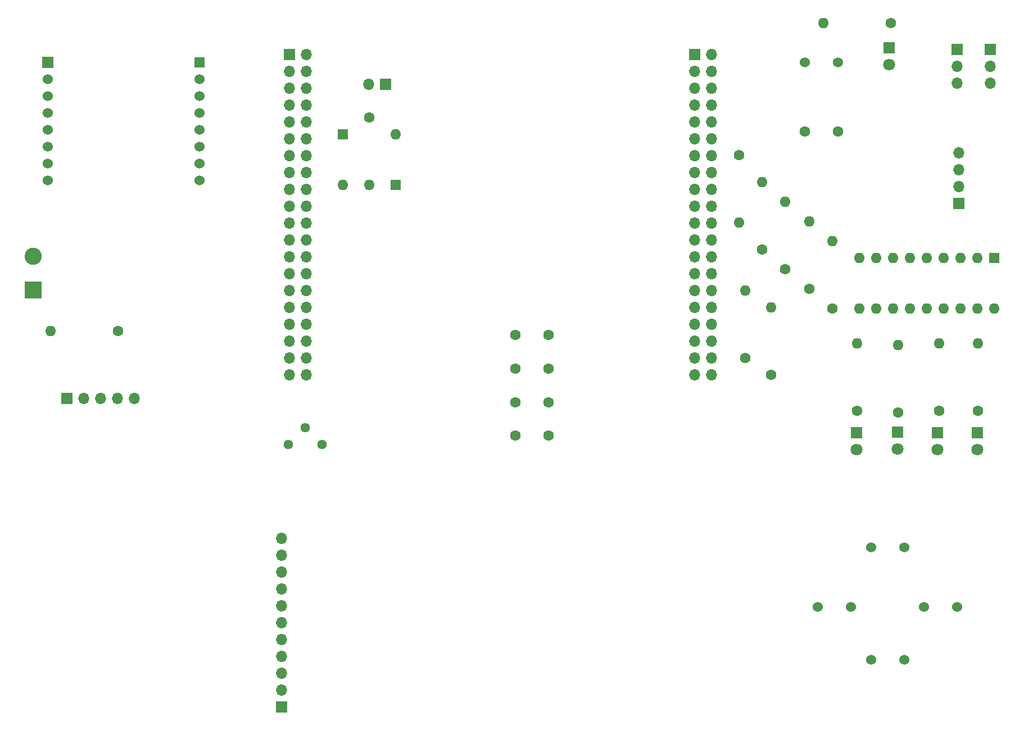
<source format=gbr>
%TF.GenerationSoftware,KiCad,Pcbnew,8.0.0*%
%TF.CreationDate,2024-05-22T13:11:44+02:00*%
%TF.ProjectId,Remote_Board_L476RG,52656d6f-7465-45f4-926f-6172645f4c34,rev?*%
%TF.SameCoordinates,Original*%
%TF.FileFunction,Copper,L1,Top*%
%TF.FilePolarity,Positive*%
%FSLAX46Y46*%
G04 Gerber Fmt 4.6, Leading zero omitted, Abs format (unit mm)*
G04 Created by KiCad (PCBNEW 8.0.0) date 2024-05-22 13:11:44*
%MOMM*%
%LPD*%
G01*
G04 APERTURE LIST*
%TA.AperFunction,ComponentPad*%
%ADD10R,1.700000X1.700000*%
%TD*%
%TA.AperFunction,ComponentPad*%
%ADD11O,1.700000X1.700000*%
%TD*%
%TA.AperFunction,ComponentPad*%
%ADD12C,1.600000*%
%TD*%
%TA.AperFunction,ComponentPad*%
%ADD13O,1.600000X1.600000*%
%TD*%
%TA.AperFunction,ComponentPad*%
%ADD14R,1.676400X1.676400*%
%TD*%
%TA.AperFunction,ComponentPad*%
%ADD15C,1.524000*%
%TD*%
%TA.AperFunction,ComponentPad*%
%ADD16R,1.524000X1.524000*%
%TD*%
%TA.AperFunction,ComponentPad*%
%ADD17R,1.800000X1.800000*%
%TD*%
%TA.AperFunction,ComponentPad*%
%ADD18C,1.800000*%
%TD*%
%TA.AperFunction,ComponentPad*%
%ADD19R,1.600000X1.600000*%
%TD*%
%TA.AperFunction,ComponentPad*%
%ADD20R,2.600000X2.600000*%
%TD*%
%TA.AperFunction,ComponentPad*%
%ADD21C,2.600000*%
%TD*%
%TA.AperFunction,ComponentPad*%
%ADD22C,1.440000*%
%TD*%
G04 APERTURE END LIST*
D10*
%TO.P,J5,1,Pin_1*%
%TO.N,unconnected-(J5-Pin_1-Pad1)*%
X169745001Y-36290000D03*
D11*
%TO.P,J5,2,Pin_2*%
%TO.N,unconnected-(J5-Pin_2-Pad2)*%
X172285001Y-36290000D03*
%TO.P,J5,3,Pin_3*%
%TO.N,T_OUT*%
X169745001Y-38830000D03*
%TO.P,J5,4,Pin_4*%
%TO.N,unconnected-(J5-Pin_4-Pad4)*%
X172285001Y-38830000D03*
%TO.P,J5,5,Pin_5*%
%TO.N,SD_CS*%
X169745001Y-41370000D03*
%TO.P,J5,6,Pin_6*%
%TO.N,unconnected-(J5-Pin_6-Pad6)*%
X172285001Y-41370000D03*
%TO.P,J5,7,Pin_7*%
%TO.N,unconnected-(J5-Pin_7-Pad7)*%
X169745001Y-43910000D03*
%TO.P,J5,8,Pin_8*%
%TO.N,unconnected-(J5-Pin_8-Pad8)*%
X172285001Y-43910000D03*
%TO.P,J5,9,Pin_9*%
%TO.N,unconnected-(J5-Pin_9-Pad9)*%
X169745001Y-46450000D03*
%TO.P,J5,10,Pin_10*%
%TO.N,unconnected-(J5-Pin_10-Pad10)*%
X172285001Y-46450000D03*
%TO.P,J5,11,Pin_11*%
%TO.N,unconnected-(J5-Pin_11-Pad11)*%
X169745001Y-48990000D03*
%TO.P,J5,12,Pin_12*%
%TO.N,unconnected-(J5-Pin_12-Pad12)*%
X172285001Y-48990000D03*
%TO.P,J5,13,Pin_13*%
%TO.N,unconnected-(J5-Pin_13-Pad13)*%
X169745001Y-51530000D03*
%TO.P,J5,14,Pin_14*%
%TO.N,unconnected-(J5-Pin_14-Pad14)*%
X172285001Y-51530000D03*
%TO.P,J5,15,Pin_15*%
%TO.N,LCD_DC*%
X169745001Y-54070000D03*
%TO.P,J5,16,Pin_16*%
%TO.N,unconnected-(J5-Pin_16-Pad16)*%
X172285001Y-54070000D03*
%TO.P,J5,17,Pin_17*%
%TO.N,LCD_RES*%
X169745001Y-56610000D03*
%TO.P,J5,18,Pin_18*%
%TO.N,3.3V_NUC*%
X172285001Y-56610000D03*
%TO.P,J5,19,Pin_19*%
%TO.N,LCD_CS*%
X169745001Y-59150000D03*
%TO.P,J5,20,Pin_20*%
%TO.N,5V_NUC*%
X172285001Y-59150000D03*
%TO.P,J5,21,Pin_21*%
%TO.N,GND*%
X169745001Y-61690000D03*
%TO.P,J5,22,Pin_22*%
X172285001Y-61690000D03*
%TO.P,J5,23,Pin_23*%
%TO.N,unconnected-(J5-Pin_23-Pad23)*%
X169745001Y-64230000D03*
%TO.P,J5,24,Pin_24*%
%TO.N,GND*%
X172285001Y-64230000D03*
%TO.P,J5,25,Pin_25*%
%TO.N,USER_BUTTON*%
X169745001Y-66770000D03*
%TO.P,J5,26,Pin_26*%
%TO.N,VIN*%
X172285001Y-66770000D03*
%TO.P,J5,27,Pin_27*%
%TO.N,unconnected-(J5-Pin_27-Pad27)*%
X169745001Y-69310000D03*
%TO.P,J5,28,Pin_28*%
%TO.N,unconnected-(J5-Pin_28-Pad28)*%
X172285001Y-69310000D03*
%TO.P,J5,29,Pin_29*%
%TO.N,unconnected-(J5-Pin_29-Pad29)*%
X169745001Y-71850000D03*
%TO.P,J5,30,Pin_30*%
%TO.N,unconnected-(J5-Pin_30-Pad30)*%
X172285001Y-71850000D03*
%TO.P,J5,31,Pin_31*%
%TO.N,unconnected-(J5-Pin_31-Pad31)*%
X169745001Y-74390000D03*
%TO.P,J5,32,Pin_32*%
%TO.N,unconnected-(J5-Pin_32-Pad32)*%
X172285001Y-74390000D03*
%TO.P,J5,33,Pin_33*%
%TO.N,JOYSW*%
X169745001Y-76930000D03*
%TO.P,J5,34,Pin_34*%
%TO.N,ADC_OUT*%
X172285001Y-76930000D03*
%TO.P,J5,35,Pin_35*%
%TO.N,unconnected-(J5-Pin_35-Pad35)*%
X169745001Y-79470000D03*
%TO.P,J5,36,Pin_36*%
%TO.N,unconnected-(J5-Pin_36-Pad36)*%
X172285001Y-79470000D03*
%TO.P,J5,37,Pin_37*%
%TO.N,JOYX*%
X169745001Y-82010000D03*
%TO.P,J5,38,Pin_38*%
%TO.N,AN_IN*%
X172285001Y-82010000D03*
%TO.P,J5,39,Pin_39*%
%TO.N,JOYY*%
X169745001Y-84550000D03*
%TO.P,J5,40,Pin_40*%
%TO.N,POT_OUT*%
X172285001Y-84550000D03*
%TD*%
D10*
%TO.P,J6,1,Pin_1*%
%TO.N,unconnected-(J6-Pin_1-Pad1)*%
X230785000Y-36290000D03*
D11*
%TO.P,J6,2,Pin_2*%
%TO.N,unconnected-(J6-Pin_2-Pad2)*%
X233325000Y-36290000D03*
%TO.P,J6,3,Pin_3*%
%TO.N,unconnected-(J6-Pin_3-Pad3)*%
X230785000Y-38830000D03*
%TO.P,J6,4,Pin_4*%
%TO.N,LED_OUT*%
X233325000Y-38830000D03*
%TO.P,J6,5,Pin_5*%
%TO.N,unconnected-(J6-Pin_5-Pad5)*%
X230785000Y-41370000D03*
%TO.P,J6,6,Pin_6*%
%TO.N,unconnected-(J6-Pin_6-Pad6)*%
X233325000Y-41370000D03*
%TO.P,J6,7,Pin_7*%
%TO.N,unconnected-(J6-Pin_7-Pad7)*%
X230785000Y-43910000D03*
%TO.P,J6,8,Pin_8*%
%TO.N,SW5_OUT*%
X233325000Y-43910000D03*
%TO.P,J6,9,Pin_9*%
%TO.N,unconnected-(J6-Pin_9-Pad9)*%
X230785000Y-46450000D03*
%TO.P,J6,10,Pin_10*%
%TO.N,unconnected-(J6-Pin_10-Pad10)*%
X233325000Y-46450000D03*
%TO.P,J6,11,Pin_11*%
%TO.N,unconnected-(J6-Pin_11-Pad11)*%
X230785000Y-48990000D03*
%TO.P,J6,12,Pin_12*%
%TO.N,unconnected-(J6-Pin_12-Pad12)*%
X233325000Y-48990000D03*
%TO.P,J6,13,Pin_13*%
%TO.N,SCK*%
X230785000Y-51530000D03*
%TO.P,J6,14,Pin_14*%
%TO.N,SW4_OUT*%
X233325000Y-51530000D03*
%TO.P,J6,15,Pin_15*%
%TO.N,MISO*%
X230785000Y-54070000D03*
%TO.P,J6,16,Pin_16*%
%TO.N,SW3_OUT*%
X233325000Y-54070000D03*
%TO.P,J6,17,Pin_17*%
%TO.N,MOSI*%
X230785000Y-56610000D03*
%TO.P,J6,18,Pin_18*%
%TO.N,SW2_OUT*%
X233325000Y-56610000D03*
%TO.P,J6,19,Pin_19*%
%TO.N,unconnected-(J6-Pin_19-Pad19)*%
X230785000Y-59150000D03*
%TO.P,J6,20,Pin_20*%
%TO.N,SW1_OUT*%
X233325000Y-59150000D03*
%TO.P,J6,21,Pin_21*%
%TO.N,nRF_CS*%
X230785000Y-61690000D03*
%TO.P,J6,22,Pin_22*%
%TO.N,GND*%
X233325000Y-61690000D03*
%TO.P,J6,23,Pin_23*%
%TO.N,nRF_INT*%
X230785000Y-64230000D03*
%TO.P,J6,24,Pin_24*%
%TO.N,unconnected-(J6-Pin_24-Pad24)*%
X233325000Y-64230000D03*
%TO.P,J6,25,Pin_25*%
%TO.N,nRF_CE*%
X230785000Y-66770000D03*
%TO.P,J6,26,Pin_26*%
%TO.N,unconnected-(J6-Pin_26-Pad26)*%
X233325000Y-66770000D03*
%TO.P,J6,27,Pin_27*%
%TO.N,unconnected-(J6-Pin_27-Pad27)*%
X230785000Y-69310000D03*
%TO.P,J6,28,Pin_28*%
%TO.N,MCP_INT*%
X233325000Y-69310000D03*
%TO.P,J6,29,Pin_29*%
%TO.N,unconnected-(J6-Pin_29-Pad29)*%
X230785000Y-71850000D03*
%TO.P,J6,30,Pin_30*%
%TO.N,SDA*%
X233325000Y-71850000D03*
%TO.P,J6,31,Pin_31*%
%TO.N,unconnected-(J6-Pin_31-Pad31)*%
X230785000Y-74390000D03*
%TO.P,J6,32,Pin_32*%
%TO.N,SCL*%
X233325000Y-74390000D03*
%TO.P,J6,33,Pin_33*%
%TO.N,unconnected-(J6-Pin_33-Pad33)*%
X230785000Y-76930000D03*
%TO.P,J6,34,Pin_34*%
%TO.N,unconnected-(J6-Pin_34-Pad34)*%
X233325000Y-76930000D03*
%TO.P,J6,35,Pin_35*%
%TO.N,unconnected-(J6-Pin_35-Pad35)*%
X230785000Y-79470000D03*
%TO.P,J6,36,Pin_36*%
%TO.N,unconnected-(J6-Pin_36-Pad36)*%
X233325000Y-79470000D03*
%TO.P,J6,37,Pin_37*%
%TO.N,unconnected-(J6-Pin_37-Pad37)*%
X230785000Y-82010000D03*
%TO.P,J6,38,Pin_38*%
%TO.N,unconnected-(J6-Pin_38-Pad38)*%
X233325000Y-82010000D03*
%TO.P,J6,39,Pin_39*%
%TO.N,unconnected-(J6-Pin_39-Pad39)*%
X230785000Y-84550000D03*
%TO.P,J6,40,Pin_40*%
%TO.N,unconnected-(J6-Pin_40-Pad40)*%
X233325000Y-84550000D03*
%TD*%
D12*
%TO.P,R2,1*%
%TO.N,SW1_OUT*%
X251525000Y-74630000D03*
D13*
%TO.P,R2,2*%
%TO.N,GND*%
X251525000Y-64470000D03*
%TD*%
D14*
%TO.P,CON1,P1,AN*%
%TO.N,unconnected-(CON1-AN-PadP1)*%
X133325000Y-37550000D03*
D15*
%TO.P,CON1,P2,RST*%
%TO.N,nRF_CE*%
X133325000Y-40090000D03*
%TO.P,CON1,P3,CS*%
%TO.N,nRF_CS*%
X133325000Y-42630000D03*
%TO.P,CON1,P4,SCK*%
%TO.N,SCK*%
X133325000Y-45170000D03*
%TO.P,CON1,P5,MISO*%
%TO.N,MISO*%
X133325000Y-47710000D03*
%TO.P,CON1,P6,MOSI*%
%TO.N,MOSI*%
X133325000Y-50250000D03*
%TO.P,CON1,P7,3V3*%
%TO.N,3.3V_NUC*%
X133325000Y-52790000D03*
%TO.P,CON1,P8,GND1*%
%TO.N,GND*%
X133325000Y-55330000D03*
%TO.P,CON1,P9,GND2*%
X156185000Y-55330000D03*
%TO.P,CON1,P10,5V*%
%TO.N,unconnected-(CON1-5V-PadP10)*%
X156185000Y-52790000D03*
%TO.P,CON1,P11,SDA*%
%TO.N,unconnected-(CON1-SDA-PadP11)*%
X156185000Y-50250000D03*
%TO.P,CON1,P12,SCL*%
%TO.N,unconnected-(CON1-SCL-PadP12)*%
X156185000Y-47710000D03*
%TO.P,CON1,P13,RX*%
%TO.N,unconnected-(CON1-RX-PadP13)*%
X156185000Y-45170000D03*
%TO.P,CON1,P14,TX*%
%TO.N,unconnected-(CON1-TX-PadP14)*%
X156185000Y-42630000D03*
%TO.P,CON1,P15,INT*%
%TO.N,nRF_INT*%
X156185000Y-40090000D03*
D16*
%TO.P,CON1,P16,PWM*%
%TO.N,unconnected-(CON1-PWM-PadP16)*%
X156185000Y-37550000D03*
%TD*%
D17*
%TO.P,D5,1,K*%
%TO.N,Net-(D5-K)*%
X261325000Y-93200000D03*
D18*
%TO.P,D5,2,A*%
%TO.N,3.3V_NUC*%
X261325000Y-95740000D03*
%TD*%
D19*
%TO.P,D2,1,K*%
%TO.N,AN_IN*%
X185725000Y-55950000D03*
D13*
%TO.P,D2,2,A*%
%TO.N,GND*%
X185725000Y-48330000D03*
%TD*%
D19*
%TO.P,D1,1,K*%
%TO.N,VCC*%
X177725000Y-48330000D03*
D13*
%TO.P,D1,2,A*%
%TO.N,AN_IN*%
X177725000Y-55950000D03*
%TD*%
D12*
%TO.P,R8,1*%
%TO.N,3.3V_NUC*%
X242245000Y-84630000D03*
D13*
%TO.P,R8,2*%
%TO.N,SCL*%
X242245000Y-74470000D03*
%TD*%
D12*
%TO.P,R5,1*%
%TO.N,SW2_OUT*%
X248005000Y-71630000D03*
D13*
%TO.P,R5,2*%
%TO.N,GND*%
X248005000Y-61470000D03*
%TD*%
D12*
%TO.P,C4,1*%
%TO.N,3.3V_NUC*%
X203725000Y-88700000D03*
%TO.P,C4,2*%
%TO.N,SW3_OUT*%
X208725000Y-88700000D03*
%TD*%
D20*
%TO.P,J4,1,Pin_1*%
%TO.N,GND*%
X131090000Y-71795000D03*
D21*
%TO.P,J4,2,Pin_2*%
%TO.N,VIN*%
X131090000Y-66715000D03*
%TD*%
D12*
%TO.P,R13,1*%
%TO.N,Net-(D5-K)*%
X261405000Y-90230000D03*
D13*
%TO.P,R13,2*%
%TO.N,LED2*%
X261405000Y-80070000D03*
%TD*%
D12*
%TO.P,R3,1*%
%TO.N,3.3V_NUC*%
X143925000Y-77950000D03*
D13*
%TO.P,R3,2*%
%TO.N,JOYSW*%
X133765000Y-77950000D03*
%TD*%
D10*
%TO.P,J1,1,Pin_1*%
%TO.N,SD_CS*%
X168525000Y-134630000D03*
D11*
%TO.P,J1,2,Pin_2*%
%TO.N,MOSI*%
X168525000Y-132090000D03*
%TO.P,J1,3,Pin_3*%
%TO.N,SCK*%
X168525000Y-129550000D03*
%TO.P,J1,4,Pin_4*%
%TO.N,MISO*%
X168525000Y-127010000D03*
%TO.P,J1,5,Pin_5*%
%TO.N,LCD_CS*%
X168525000Y-124470000D03*
%TO.P,J1,6,Pin_6*%
%TO.N,LCD_RES*%
X168525000Y-121930000D03*
%TO.P,J1,7,Pin_7*%
%TO.N,LCD_DC*%
X168525000Y-119390000D03*
%TO.P,J1,8,Pin_8*%
%TO.N,MOSI*%
X168525000Y-116850000D03*
%TO.P,J1,9,Pin_9*%
%TO.N,SCK*%
X168525000Y-114310000D03*
%TO.P,J1,10,Pin_10*%
%TO.N,GND*%
X168525000Y-111770000D03*
%TO.P,J1,11,Pin_11*%
%TO.N,3.3V_NUC*%
X168525000Y-109230000D03*
%TD*%
D12*
%TO.P,R12,1*%
%TO.N,Net-(D4-K)*%
X255205000Y-90030000D03*
D13*
%TO.P,R12,2*%
%TO.N,LED1*%
X255205000Y-79870000D03*
%TD*%
D15*
%TO.P,SW5,1,1*%
%TO.N,3.3V_NUC*%
X252325000Y-37550000D03*
%TO.P,SW5,2,2*%
%TO.N,SW5_OUT*%
X247325000Y-37550000D03*
%TD*%
D10*
%TO.P,J8,1,Pin_1*%
%TO.N,SCL*%
X270525000Y-58770000D03*
D11*
%TO.P,J8,2,Pin_2*%
%TO.N,SDA*%
X270525000Y-56230000D03*
%TO.P,J8,3,Pin_3*%
%TO.N,5V_NUC*%
X270525000Y-53690000D03*
%TO.P,J8,4,Pin_4*%
%TO.N,GND*%
X270525000Y-51150000D03*
%TD*%
D12*
%TO.P,R7,1*%
%TO.N,SW4_OUT*%
X240925000Y-65750000D03*
D13*
%TO.P,R7,2*%
%TO.N,GND*%
X240925000Y-55590000D03*
%TD*%
D12*
%TO.P,R14,1*%
%TO.N,Net-(D6-K)*%
X267605000Y-90030000D03*
D13*
%TO.P,R14,2*%
%TO.N,LED3*%
X267605000Y-79870000D03*
%TD*%
D10*
%TO.P,J9,1,Pin_1*%
%TO.N,GND*%
X275325000Y-35550000D03*
D11*
%TO.P,J9,2,Pin_2*%
X275325000Y-38090000D03*
%TO.P,J9,3,Pin_3*%
X275325000Y-40630000D03*
%TD*%
D10*
%TO.P,J2,1,Pin_1*%
%TO.N,JOYSW*%
X136225000Y-88150000D03*
D11*
%TO.P,J2,2,Pin_2*%
%TO.N,JOYY*%
X138765000Y-88150000D03*
%TO.P,J2,3,Pin_3*%
%TO.N,JOYX*%
X141305000Y-88150000D03*
%TO.P,J2,4,Pin_4*%
%TO.N,GND*%
X143845000Y-88150000D03*
%TO.P,J2,5,Pin_5*%
%TO.N,3.3V_NUC*%
X146385000Y-88150000D03*
%TD*%
D15*
%TO.P,SW1,1,1*%
%TO.N,3.3V_NUC*%
X265325000Y-119550000D03*
%TO.P,SW1,2,2*%
%TO.N,SW1_OUT*%
X270325000Y-119550000D03*
%TD*%
D17*
%TO.P,D7,1,K*%
%TO.N,Net-(D7-K)*%
X273325000Y-93275000D03*
D18*
%TO.P,D7,2,A*%
%TO.N,3.3V_NUC*%
X273325000Y-95815000D03*
%TD*%
D12*
%TO.P,R16,1*%
%TO.N,SW5_OUT*%
X237445000Y-51470000D03*
D13*
%TO.P,R16,2*%
%TO.N,GND*%
X237445000Y-61630000D03*
%TD*%
D12*
%TO.P,R11,1*%
%TO.N,Net-(D3-K)*%
X260325000Y-31550000D03*
D13*
%TO.P,R11,2*%
%TO.N,LED_OUT*%
X250165000Y-31550000D03*
%TD*%
D12*
%TO.P,R9,1*%
%TO.N,3.3V_NUC*%
X238405000Y-82030000D03*
D13*
%TO.P,R9,2*%
%TO.N,SDA*%
X238405000Y-71870000D03*
%TD*%
D17*
%TO.P,D4,1,K*%
%TO.N,Net-(D4-K)*%
X255125000Y-93275000D03*
D18*
%TO.P,D4,2,A*%
%TO.N,3.3V_NUC*%
X255125000Y-95815000D03*
%TD*%
D12*
%TO.P,C3,1*%
%TO.N,3.3V_NUC*%
X203725000Y-83650000D03*
%TO.P,C3,2*%
%TO.N,SW2_OUT*%
X208725000Y-83650000D03*
%TD*%
%TO.P,R6,1*%
%TO.N,SW3_OUT*%
X244405000Y-68630000D03*
D13*
%TO.P,R6,2*%
%TO.N,GND*%
X244405000Y-58470000D03*
%TD*%
D17*
%TO.P,D6,1,K*%
%TO.N,Net-(D6-K)*%
X267325000Y-93275000D03*
D18*
%TO.P,D6,2,A*%
%TO.N,3.3V_NUC*%
X267325000Y-95815000D03*
%TD*%
D12*
%TO.P,C2,1*%
%TO.N,3.3V_NUC*%
X203725000Y-78600000D03*
%TO.P,C2,2*%
%TO.N,SW1_OUT*%
X208725000Y-78600000D03*
%TD*%
D22*
%TO.P,RV1,1,1*%
%TO.N,VCC*%
X174650000Y-95075000D03*
%TO.P,RV1,2,2*%
%TO.N,POT_OUT*%
X172110000Y-92535000D03*
%TO.P,RV1,3,3*%
%TO.N,GND*%
X169570000Y-95075000D03*
%TD*%
D15*
%TO.P,SW3,1,1*%
%TO.N,3.3V_NUC*%
X249325000Y-119550000D03*
%TO.P,SW3,2,2*%
%TO.N,SW3_OUT*%
X254325000Y-119550000D03*
%TD*%
%TO.P,SW4,1,1*%
%TO.N,3.3V_NUC*%
X257325000Y-127550000D03*
%TO.P,SW4,2,2*%
%TO.N,SW4_OUT*%
X262325000Y-127550000D03*
%TD*%
D10*
%TO.P,J3,1,Pin_1*%
%TO.N,GND*%
X184225000Y-40850000D03*
D11*
%TO.P,J3,2,Pin_2*%
%TO.N,Net-(J3-Pin_2)*%
X181685000Y-40850000D03*
%TD*%
D15*
%TO.P,SW2,1,1*%
%TO.N,3.3V_NUC*%
X257325000Y-110550000D03*
%TO.P,SW2,2,2*%
%TO.N,SW2_OUT*%
X262325000Y-110550000D03*
%TD*%
D12*
%TO.P,R15,1*%
%TO.N,Net-(D7-K)*%
X273405000Y-90030000D03*
D13*
%TO.P,R15,2*%
%TO.N,LED4*%
X273405000Y-79870000D03*
%TD*%
D10*
%TO.P,J10,1,Pin_1*%
%TO.N,3.3V_NUC*%
X270325000Y-35550000D03*
D11*
%TO.P,J10,2,Pin_2*%
X270325000Y-38090000D03*
%TO.P,J10,3,Pin_3*%
X270325000Y-40630000D03*
%TD*%
D19*
%TO.P,U1,1,SCL*%
%TO.N,SCL*%
X275925000Y-66950000D03*
D13*
%TO.P,U1,2,SDA*%
%TO.N,SDA*%
X273385000Y-66950000D03*
%TO.P,U1,3,A2*%
%TO.N,GND*%
X270845000Y-66950000D03*
%TO.P,U1,4,A1*%
X268305000Y-66950000D03*
%TO.P,U1,5,A0*%
X265765000Y-66950000D03*
%TO.P,U1,6,~{RESET}*%
%TO.N,3.3V_NUC*%
X263225000Y-66950000D03*
%TO.P,U1,7,NC*%
%TO.N,unconnected-(U1-NC-Pad7)*%
X260685000Y-66950000D03*
%TO.P,U1,8,INT*%
%TO.N,MCP_INT*%
X258145000Y-66950000D03*
%TO.P,U1,9,VSS*%
%TO.N,GND*%
X255605000Y-66950000D03*
%TO.P,U1,10,GP0*%
%TO.N,SW1_OUT*%
X255605000Y-74570000D03*
%TO.P,U1,11,GP1*%
%TO.N,SW2_OUT*%
X258145000Y-74570000D03*
%TO.P,U1,12,GP2*%
%TO.N,SW3_OUT*%
X260685000Y-74570000D03*
%TO.P,U1,13,GP3*%
%TO.N,SW4_OUT*%
X263225000Y-74570000D03*
%TO.P,U1,14,GP4*%
%TO.N,LED1*%
X265765000Y-74570000D03*
%TO.P,U1,15,GP5*%
%TO.N,LED2*%
X268305000Y-74570000D03*
%TO.P,U1,16,GP6*%
%TO.N,LED3*%
X270845000Y-74570000D03*
%TO.P,U1,17,GP7*%
%TO.N,LED4*%
X273385000Y-74570000D03*
%TO.P,U1,18,VDD*%
%TO.N,3.3V_NUC*%
X275925000Y-74570000D03*
%TD*%
D12*
%TO.P,C5,1*%
%TO.N,3.3V_NUC*%
X203725000Y-93750000D03*
%TO.P,C5,2*%
%TO.N,SW4_OUT*%
X208725000Y-93750000D03*
%TD*%
%TO.P,R4,1*%
%TO.N,Net-(J3-Pin_2)*%
X181725000Y-45790000D03*
D13*
%TO.P,R4,2*%
%TO.N,AN_IN*%
X181725000Y-55950000D03*
%TD*%
D17*
%TO.P,D3,1,K*%
%TO.N,Net-(D3-K)*%
X260060000Y-35275000D03*
D18*
%TO.P,D3,2,A*%
%TO.N,3.3V_NUC*%
X260060000Y-37815000D03*
%TD*%
D12*
%TO.P,C6,1*%
%TO.N,3.3V_NUC*%
X252325000Y-47950000D03*
%TO.P,C6,2*%
%TO.N,SW5_OUT*%
X247325000Y-47950000D03*
%TD*%
M02*

</source>
